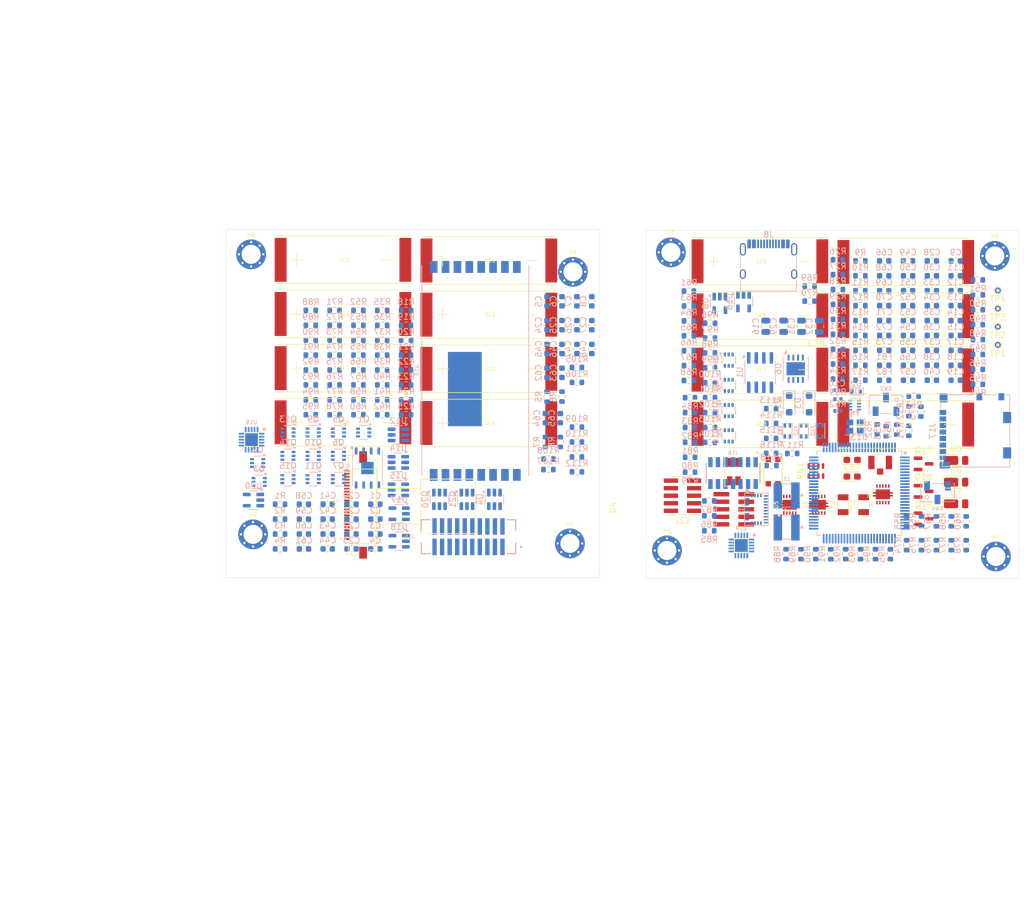
<source format=kicad_pcb>
(kicad_pcb (version 20240108) (generator "pcbnew") (generator_version "8.0")
  (layers (0 "F.Cu" signal) (31 "B.Cu" signal) (34 "B.Paste" user) (35 "F.Paste" user) (36 "B.SilkS" user "B.Silkscreen") (37 "F.SilkS" user "F.Silkscreen") (38 "B.Mask" user) (39 "F.Mask" user) (44 "Edge.Cuts" user))
  (net 0 "")
  (net 1 "Net-(Q1B-G1)")
  (net 2 "GND")
  (net 3 "Net-(Q2B-G1)")
  (net 4 "Net-(Q5B-G1)")
  (net 5 "Net-(Q6B-G1)")
  (net 6 "Net-(Q9B-G1)")
  (net 7 "Net-(Q10B-G1)")
  (net 8 "Net-(Q13B-G1)")
  (net 9 "Net-(Q14B-G1)")
  (net 10 "HI_POW")
  (net 11 "+3V3")
  (net 12 "VSOLAR")
  (net 13 "Net-(U19-VREF_SAMP)")
  (net 14 "VOUT_EN")
  (net 15 "VBAT")
  (net 16 "BATT_P")
  (net 17 "Net-(U19-VSTOR)")
  (net 18 "Net-(U19-VOUT)")
  (net 19 "Net-(U6-VDD)")
  (net 20 "VUSB")
  (net 21 "Net-(J8-SHIELD)")
  (net 22 "VUSB_IN")
  (net 23 "Net-(U11-CAP)")
  (net 24 "Net-(U11-XIN32)")
  (net 25 "Net-(U11-CLKSEL1{slash}XOUT32)")
  (net 26 "+3.3V")
  (net 27 "Net-(J11-SHIELD)")
  (net 28 "Net-(U13-VCAP1)")
  (net 29 "/XTAL_IN")
  (net 30 "/XTAL_OUT")
  (net 31 "Net-(U13-VCAP2)")
  (net 32 "+3.3VA")
  (net 33 "/NRST")
  (net 34 "2.8V")
  (net 35 "1.5V")
  (net 36 "Net-(J18-Pin_21)")
  (net 37 "VBUS")
  (net 38 "Net-(D4-RK)")
  (net 39 "Net-(D4-BK)")
  (net 40 "Net-(D4-GK)")
  (net 41 "Net-(D5-K)")
  (net 42 "/VSOLAR_FULL")
  (net 43 "Net-(U2-OUT1)")
  (net 44 "COIL1_P")
  (net 45 "COIL2_N")
  (net 46 "Net-(U2-OUT2)")
  (net 47 "COIL3_P")
  (net 48 "Net-(U5-OUT2)")
  (net 49 "COIL4_N")
  (net 50 "Net-(U5-OUT1)")
  (net 51 "Net-(U7-OUT2)")
  (net 52 "Net-(U7-OUT1)")
  (net 53 "COIL6_N")
  (net 54 "COIL5_P")
  (net 55 "COIL_N")
  (net 56 "COIL_P")
  (net 58 "SCL")
  (net 59 "SDA")
  (net 60 "SD_CS")
  (net 61 "SD_MOSI")
  (net 62 "SD_SCK")
  (net 63 "SD_MISO")
  (net 64 "Net-(J7-ANT)")
  (net 66 "Net-(J8-CC1)")
  (net 67 "DBus+")
  (net 68 "Net-(J8-CC2)")
  (net 69 "DBus-")
  (net 71 "BATT_N_SW")
  (net 72 "COIL5_N")
  (net 73 "BATT_P_SW")
  (net 74 "SDA1")
  (net 75 "SCL1")
  (net 76 "COIL6_P")
  (net 77 "PAYLOAD_EN")
  (net 78 "Net-(J11-VBUS-PadA4)")
  (net 79 "/D-")
  (net 80 "Net-(J11-CC1)")
  (net 81 "/D+")
  (net 82 "Net-(J11-CC2)")
  (net 83 "SWCLK")
  (net 86 "/SWDIO")
  (net 89 "/UART3_TX")
  (net 91 "/UART3_RX")
  (net 93 "/3V3_MB")
  (net 95 "/SDIO_D3")
  (net 96 "/SD_CD")
  (net 97 "/SDIO_D0")
  (net 98 "/SDIO_CLK")
  (net 99 "/SDIO_CMD")
  (net 100 "/SDIO_D2")
  (net 101 "/SDIO_D1")
  (net 102 "/DCMI_D2")
  (net 103 "/DCMI_D1")
  (net 104 "/DCMI_D0")
  (net 105 "/DCMI_CLK")
  (net 107 "/DCMI_D5")
  (net 108 "/I2C1_SCL")
  (net 109 "/I2C1_SDA")
  (net 110 "/DCMI_HSYNC")
  (net 111 "/DCMI_D4")
  (net 112 "/DCMI_D3")
  (net 113 "/DCMI_PWDN")
  (net 114 "/DCMI_D6")
  (net 115 "/DCMI_VSYNC")
  (net 116 "/DCMI_D7")
  (net 117 "/DCMI_PCLK")
  (net 120 "/DCMI_RST")
  (net 121 "Net-(U19-LBOOST)")
  (net 122 "Net-(U19-LBUCK)")
  (net 123 "Net-(Q1A-G2)")
  (net 124 "Net-(Q1A-D1)")
  (net 125 "Net-(Q2A-D1)")
  (net 126 "Net-(Q2A-G2)")
  (net 127 "SCL_RTC")
  (net 128 "Net-(Q3A-B1)")
  (net 129 "SCL_M1")
  (net 130 "Net-(Q4A-B1)")
  (net 131 "Net-(Q5A-G2)")
  (net 132 "Net-(Q5A-D1)")
  (net 133 "Net-(Q6A-G2)")
  (net 134 "Net-(Q6A-D1)")
  (net 135 "Net-(Q7A-B1)")
  (net 136 "SDA_RTC")
  (net 137 "SDA_M1")
  (net 138 "Net-(Q8A-B1)")
  (net 139 "Net-(Q9A-G2)")
  (net 140 "Net-(Q11B-B2)")
  (net 141 "Net-(Q10A-D1)")
  (net 142 "Net-(Q10A-G2)")
  (net 143 "SCL_M2")
  (net 144 "Net-(Q11A-B1)")
  (net 145 "SCL_M3")
  (net 146 "Net-(Q12A-B1)")
  (net 147 "Net-(Q13A-D1)")
  (net 148 "Net-(Q13A-G2)")
  (net 149 "Net-(Q14A-G2)")
  (net 150 "Net-(Q14A-D1)")
  (net 151 "SDA_M2")
  (net 152 "Net-(Q15A-B1)")
  (net 153 "Net-(Q16A-B1)")
  (net 154 "SDA_M3")
  (net 155 "Net-(Q17-B)")
  (net 156 "MISO")
  (net 157 "Net-(Q17-E)")
  (net 158 "Net-(Q18-B)")
  (net 159 "Net-(Q18-E)")
  (net 160 "Net-(Q19-S)")
  (net 161 "WDT_EN")
  (net 162 "~{RESET}")
  (net 163 "Net-(Q20-G)")
  (net 164 "Net-(Q21-G)")
  (net 165 "RF_MISO")
  (net 166 "RF_CS")
  (net 167 "SCK")
  (net 168 "RF_SCK")
  (net 169 "MOSI")
  (net 170 "RF_MOSI")
  (net 171 "Net-(U3-ADDR)")
  (net 172 "Net-(U1-~{RESET})")
  (net 173 "Net-(U19-VRDIV)")
  (net 174 "Net-(U19-VBAT_OV)")
  (net 175 "Net-(U19-OK_HYST)")
  (net 176 "Net-(U19-OK_PROG)")
  (net 177 "Net-(U2-ISENSE)")
  (net 178 "Net-(U19-VOUT_SET)")
  (net 179 "/coil")
  (net 180 "Net-(U5-ISENSE)")
  (net 181 "Net-(U19-VOC_SAMP)")
  (net 182 "FLASH_CS")
  (net 183 "RF_RST")
  (net 184 "Net-(U8-EN)")
  (net 185 "Net-(U7-ISENSE)")
  (net 186 "Net-(U11-BOOTN)")
  (net 187 "/DP")
  (net 188 "IMU_RST")
  (net 189 "COIL3_N")
  (net 190 "COIL4_P")
  (net 191 "COIL1_N")
  (net 192 "COIL2_P")
  (net 193 "/DN")
  (net 194 "Net-(R102-Pad1)")
  (net 195 "/BOOT0")
  (net 196 "Net-(SW2-B)")
  (net 197 "VBAT_OK")
  (net 198 "/LED_G")
  (net 199 "/LED_B")
  (net 200 "/LED_R")
  (net 201 "/POWER_EN")
  (net 202 "Net-(U1-~{MR})")
  (net 203 "WDT_WDI")
  (net 205 "M_FAULT")
  (net 207 "SDA_LS")
  (net 209 "SCL_LS")
  (net 211 "/ADPT_STAT")
  (net 214 "Net-(U6-OSCO)")
  (net 216 "Net-(U6-OSCI)")
  (net 219 "FLASH_MOSI")
  (net 220 "FLASH_IO2")
  (net 221 "FLASH_IO3")
  (net 222 "FLASH_MISO")
  (net 223 "FLASH_SCK")
  (net 228 "RF_IO1")
  (net 230 "RF_IO0")
  (net 234 "IMU_INT")
  (net 237 "UART1_RX")
  (net 244 "UART1_TX")
  (net 247 "USB_D+")
  (net 248 "USB_D-")
  (net 249 "/SPI3_SCLK")
  (net 250 "/TIM4_CH3")
  (net 251 "/ES_D-")
  (net 253 "/TIM4_CH2")
  (net 254 "/SPI3_MOSI")
  (net 255 "/SPI2_MISO")
  (net 258 "/LED_IR")
  (net 259 "/SPI2_SCLK")
  (net 260 "/UART2_TX")
  (net 263 "/FREX")
  (net 268 "/GPIO1")
  (net 269 "/TIM4_CH1")
  (net 273 "/SPI2_NSS")
  (net 274 "/DAC")
  (net 275 "/EXPST")
  (net 278 "/UART2_RX")
  (net 280 "/SPI2_MOSI")
  (net 282 "/ES_D+")
  (net 290 "/GPIO3")
  (net 291 "/SPI3_SSEL")
  (net 293 "/SPI3_MISO")
  (net 295 "/GPIO2")
  (footprint "Diode_SMD:D_PowerDI-123" (layer "F.Cu") (at 150.202 76.614)
    (property "Reference" "D5")
    (property "Value" "DFLS130L-7")
  )
  (footprint "solarpanels:KXOB25-05X3F" (layer "F.Cu") (at 131.232 52.324)
    (property "Reference" "SC2")
    (property "Value" "SolarCell_Small")
  )
  (footprint "solarpanels:SAMTEC-FTS-105-01-X-DV-A" (layer "F.Cu") (at 112.776 84.836 90)
    (property "Reference" "J1")
    (property "Value" "FTS-105-01-X-DV-A")
  )
  (footprint "solarpanels:KXOB25-05X3F" (layer "F.Cu") (at 36.483888 70.196)
    (property "Reference" "SC8")
    (property "Value" "SolarCell_Small")
  )
  (footprint "solarpanels:KXOB25-05X3F" (layer "F.Cu") (at 131.232 43.204)
    (property "Reference" "SC1")
    (property "Value" "SolarCell_Small")
  )
  (footprint "mainboard:MountingHole" (layer "F.Cu") (at 31.8435 89.0555)
    (property "Reference" "H2")
    (property "Value" "MountingHole_Pad")
  )
  (footprint "solarpanels:KXOB25-05X3F" (layer "F.Cu") (at 106.673888 43.09)
    (property "Reference" "SC5")
    (property "Value" "SolarCell_Small")
  )
  (footprint "mainboard:U.FL-R-SMT-1" (layer "F.Cu") (at 137.414 76.962)
    (property "Reference" "J7")
    (property "Value" "U.FL-R-SMT-1")
  )
  (footprint "mainboard:MountingHole" (layer "F.Cu") (at 85.6915 44.8595)
    (property "Reference" "H6")
    (property "Value" "MountingHole_Pad")
  )
  (footprint "solarpanels:KXOB25-05X3F" (layer "F.Cu") (at 106.673888 52.21)
    (property "Reference" "SC6")
    (property "Value" "SolarCell_Small")
  )
  (footprint "TestPoint:TestPoint_THTPad_D1.0mm_Drill0.5mm" (layer "F.Cu") (at 157.226 51.054 180)
    (property "Reference" "TP3")
    (property "Value" "TP")
  )
  (footprint "TestPoint:TestPoint_THTPad_D1.0mm_Drill0.5mm" (layer "F.Cu") (at 157.226 57.154 180)
    (property "Reference" "TP1")
    (property "Value" "TP")
  )
  (footprint "solarpanels:KXOB25-05X3F" (layer "F.Cu") (at 61.042 42.95)
    (property "Reference" "SC1")
    (property "Value" "SolarCell_Small")
  )
  (footprint "Connector_PinHeader_1.27mm:PinHeader_2x05_P1.27mm_Vertical_SMD" (layer "F.Cu") (at 104.14 82.55 180)
    (property "Reference" "J12")
    (property "Value" "02x05 M 1.27mm")
  )
  (footprint "solarpanels:KXOB25-05X3F" (layer "F.Cu") (at 36.483888 61.076)
    (property "Reference" "SC7")
    (property "Value" "SolarCell_Small")
  )
  (footprint "cameraboard:MOLEX_5051102491" (layer "F.Cu") (at 50.116 84.101999 90)
    (property "Reference" "J18")
    (property "Value" "MOLEX_5051102491")
  )
  (footprint "solarpanels:KXOB25-05X3F" (layer "F.Cu") (at 131.232 70.564)
    (property "Reference" "SC4")
    (property "Value" "SolarCell_Small")
  )
  (footprint "solarpanels:KXOB25-05X3F" (layer "F.Cu") (at 61.042 61.19)
    (property "Reference" "SC3")
    (property "Value" "SolarCell_Small")
  )
  (footprint "Diode_SMD:D_PowerDI-123" (layer "F.Cu") (at 150.202 80.264)
    (property "Reference" "D6")
    (property "Value" "DFLS130L-7")
  )
  (footprint "Package_TO_SOT_SMD:SOT-23" (layer "F.Cu") (at 144.732 81.814)
    (property "Reference" "Q18")
    (property "Value" "MMBT2907")
  )
  (footprint "mainboard:MountingHole" (layer "F.Cu") (at 156.8975 92.7845)
    (property "Reference" "H7")
    (property "Value" "MountingHole_Pad")
  )
  (footprint "solarpanels:KXOB25-05X3F" (layer "F.Cu") (at 61.042 70.31)
    (property "Reference" "SC4")
    (property "Value" "SolarCell_Small")
  )
  (footprint "solarpanels:KXOB25-05X3F" (layer "F.Cu") (at 36.483888 51.956)
    (property "Reference" "SC6")
    (property "Value" "SolarCell_Small")
  )
  (footprint "TestPoint:TestPoint_THTPad_D1.0mm_Drill0.5mm" (layer "F.Cu") (at 157.226 48.004 180)
    (property "Reference" "TP4")
    (property "Value" "TP")
  )
  (footprint "Diode_SMD:D_PowerDI-123" (layer "F.Cu") (at 150.202 83.914)
    (property "Reference" "D7")
    (property "Value" "DFLS130L-7")
  )
  (footprint "solarpanels:KXOB25-05X3F" (layer "F.Cu") (at 106.673888 61.33)
    (property "Reference" "SC7")
    (property "Value" "SolarCell_Small")
  )
  (footprint "Resistor_SMD:R_Array_Concave_4x0603" (layer "F.Cu") (at 126.6 78.398 90)
    (property "Reference" "RN1")
    (property "Value" "330R")
  )
  (footprint "mainboard:MountingHole" (layer "F.Cu") (at 102.1825 41.5815)
    (property "Reference" "H1")
    (property "Value" "MountingHole_Pad")
  )
  (footprint "mainboard:BTN_KMR2" (layer "F.Cu") (at 119.38 78.486 90)
    (property "Reference" "SW3")
    (property "Value" "KMR2x")
  )
  (footprint "Crystal:Crystal_SMD_MicroCrystal_CC7V-T1A-2Pin_3.2x1.5mm" (layer "F.Cu") (at 134.629737 84.061421 90)
    (property "Reference" "Y3")
    (property "Value" "32.768kHz/12.5pF")
  )
  (footprint "mainboard:VSON-10" (layer "F.Cu") (at 127.084 84.07 90)
    (property "Reference" "U7")
    (property "Value" "DRV8830DRC")
  )
  (footprint "TestPoint:TestPoint_THTPad_D1.0mm_Drill0.5mm" (layer "F.Cu") (at 157.226 54.104 180)
    (property "Reference" "TP2")
    (property "Value" "TP")
  )
  (footprint "mainboard:MountingHole" (layer "F.Cu") (at 101.5255 91.7685)
    (property "Reference" "H5")
    (property "Value" "MountingHole_Pad")
  )
  (footprint "mainboard:MountingHole" (layer "F.Cu") (at 85.1835 90.5795)
    (property "Reference" "H4")
    (property "Value" "MountingHole_Pad")
  )
  (footprint "Package_TO_SOT_SMD:SOT-23" (layer "F.Cu") (at 144.732 86.439)
    (property "Reference" "Q19")
    (property "Value" "IRLML2803")
  )
  (footprint "mainboard:MountingHole" (layer "F.Cu") (at 156.718 42.182)
    (property "Reference" "H3")
    (property "Value" "MountingHole_Pad")
  )
  (footprint "solarpanels:KXOB25-05X3F" (layer "F.Cu") (at 61.042 52.07)
    (property "Reference" "SC2")
    (property "Value" "SolarCell_Small")
  )
  (footprint "Crystal:Crystal_SMD_MicroCrystal_CC7V-T1A-2Pin_3.2x1.5mm" (layer "F.Cu") (at 131.179737 84.061421 90)
    (property "Reference" "Y2")
    (property "Value" "32.768kHz/7pF")
  )
  (footprint "solarpanels:KXOB25-05X3F" (layer "F.Cu") (at 36.483888 42.836)
    (property "Reference" "SC5")
    (property "Value" "SolarCell_Small")
  )
  (footprint "mainboard:MountingHole" (layer "F.Cu") (at 31.514 41.91)
    (property "Reference" "H8")
    (property "Value" "MountingHole_Pad")
  )
  (footprint "Capacitor_Tantalum_SMD:CP_EIA-2012-12_Kemet-R" (layer "F.Cu") (at 132.694 76.517)
    (property "Reference" "C39")
    (property "Value" "47uF")
  )
  (footprint "Capacitor_Tantalum_SMD:CP_EIA-2012-12_Kemet-R" (layer "F.Cu") (at 132.694 79.327)
    (property "Reference" "C67")
    (property "Value" "47uF")
  )
  (footprint "mainboard:VSON-10" (layer "F.Cu") (at 122.192579 84.07 90)
    (property "Reference" "U5")
    (property "Value" "DRV8830DRC")
  )
  (footprint "solarpanels:KXOB25-05X3F" (layer "F.Cu") (at 106.673888 70.45)
    (property "Reference" "SC8")
    (property "Value" "SolarCell_Small")
  )
  (footprint "mainboard:VSON-10" (layer "F.Cu") (at 137.871158 82.3105 90)
    (property "Reference" "U2")
    (property "Value" "DRV8830DRC")
  )
  (footprint "solarpanels:KXOB25-05X3F" (layer "F.Cu") (at 131.232 61.444)
    (property "Reference" "SC3")
    (property "Value" "SolarCell_Small")
  )
  (footprint "Package_TO_SOT_SMD:SOT-23" (layer "F.Cu") (at 144.732 77.189)
    (property "Reference" "Q17")
    (property "Value" "MMBT2907")
  )
  (footprint "LED_SMD:LED_RGB_Wuerth-PLCC4_3.2x2.8mm_150141M173100" (layer "F.Cu") (at 112.776 78.486 90)
    (property "Reference" "D4")
    (property "Value" "150141M173100")
  )
  (footprint "Package_TO_SOT_SMD:SOT-23-6" (layer "B.Cu") (at 56.302 76.938 180)
    (property "Reference" "U14")
    (property "Value" "WE-TVS-82400102")
  )
  (footprint "Resistor_SMD:R_0603_1608Metric" (layer "B.Cu") (at 130.302 60.392 180)
    (property "Reference" "R33")
    (property "Value" "10K")
  )
  (footprint "Package_TO_SOT_SMD:SOT-363_SC-70-6" (layer "B.Cu") (at 46.2145 71.913 180)
    (property "Reference" "Q5")
    (property "Value" "NX3008NBKS")
  )
  (footprint "Package_TO_SOT_SMD:SOT-23-6" (layer "B.Cu") (at 56.302 72.313 180)
    (property "Reference" "U12")
    (property "Value" "USBLC6-2SC6")
  )
  (footprint "cameraboard:SAMTEC_FLE-107-01-X-DV-A" (layer "B.Cu") (at 112.649 78.74 180)
    (property "Reference" "J16")
    (property "Value" "FLE-107-01-X-DV-A")
  )
  (footprint "Resistor_SMD:R_0603_1608Metric" (layer "B.Cu") (at 105.41 71.06)
    (property "Reference" "R82")
    (property "Value" "0R")
  )
  (footprint "Resistor_SMD:R_0603_1608Metric" (layer "B.Cu") (at 149.382 86.868 -90)
    (property "Reference" "R58")
    (property "Value" "1K")
  )
  (footprint "Resistor_SMD:R_0603_1608Metric" (layer "B.Cu") (at 81.564 76.374 180)
    (property "Reference" "R108")
    (property "Value" "10K")
  )
  (footprint "Capacitor_SMD:C_0603_1608Metric" (layer "B.Cu") (at 138.097 53.056 180)
    (property "Reference" "C71")
    (property "Value" "1uF")
  )
  (footprint "Resistor_SMD:R_0603_1608Metric" (layer "B.Cu") (at 49.581 53.854 180)
    (property "Reference" "R53")
    (property "Value" "4.7K")
  )
  (footprint "Resistor_SMD:R_0603_1608Metric" (layer "B.Cu") (at 134.087 55.566 180)
    (property "Reference" "R14")
    (property "Value" "100K")
  )
  (footprint "Capacitor_SMD:C_0603_1608Metric" (layer "B.Cu") (at 48.419 86.486 180)
    (property "Reference" "C21")
    (property "Value" "0.1uF")
  )
  (footprint "Resistor_SMD:R_0603_1608Metric" (layer "B.Cu") (at 53.591 61.384 180)
    (property "Reference" "R39")
    (property "Value" "680R")
  )
  (footprint "Capacitor_SMD:C_0603_1608Metric" (layer "B.Cu") (at 150.127 55.566 180)
    (property "Reference" "C15")
    (property "Value" "1uF")
  )
  (footprint "Capacitor_SMD:C_0603_1608Metric" (layer "B.Cu") (at 142.107 43.016 180)
    (property "Reference" "C49")
    (property "Value" "0.1uF")
  )
  (footprint "Resistor_SMD:R_0603_1608Metric" (layer "B.Cu") (at 45.571 58.874 180)
    (property "Reference" "R74")
    (property "Value" "0R")
  )
  (footprint "Resistor_SMD:R_0603_1608Metric" (layer "B.Cu") (at 141.852 86.868 -90)
    (property "Reference" "R55")
    (property "Value" "1K")
  )
  (footprint "Resistor_SMD:R_0603_1608Metric" (layer "B.Cu") (at 119.063 72.898 180)
    (property "Reference" "R115")
    (property "Value" "0R")
  )
  (footprint "Resistor_SMD:R_0603_1608Metric" (layer "B.Cu") (at 134.112 92.393 -90)
    (property "Reference" "R93")
    (property "Value" "0R")
  )
  (footprint "Resistor_SMD:R_0603_1608Metric" (layer "B.Cu") (at 153.861 61.288)
    (property "Reference" "R45")
    (property "Value" "10K")
  )
  (footprint "Capacitor_SMD:C_0603_1608Metric" (layer "B.Cu") (at 146.117 53.056 180)
    (property "Reference" "C35")
    (property "Value" "0.1uF")
  )
  (footprint "Resistor_SMD:R_0603_1608Metric" (layer "B.Cu") (at 153.861 46.228)
    (property "Reference" "R51")
    (property "Value" "0R")
  )
  (footprint "Resistor_SMD:R_0603_1608Metric" (layer "B.Cu") (at 134.087 60.586 180)
    (property "Reference" "R16")
    (property "Value" "10K")
  )
  (footprint "Package_TO_SOT_SMD:SOT-363_SC-70-6" (layer "B.Cu") (at 50.4645 71.913 180)
    (property "Reference" "Q1")
    (property "Value" "NX3008NBKS")
  )
  (footprint "Resistor_SMD:R_0603_1608Metric" (layer "B.Cu") (at 105.219 55.626 180)
    (property "Reference" "R65")
    (property "Value" "374K")
  )
  (footprint "Capacitor_SMD:C_0603_1608Metric" (layer "B.Cu") (at 146.117 45.526 180)
    (property "Reference" "C30")
    (property "Value" "0.1uF")
  )
  (footprint "Resistor_SMD:R_0603_1608Metric" (layer "B.Cu") (at 41.561 63.894 180)
    (property "Reference" "R93")
    (property "Value" "0R")
  )
  (footprint "Resistor_SMD:R_0603_1608Metric" (layer "B.Cu") (at 45.571 68.914 180)
    (property "Reference" "R78")
    (property "Value" "10K")
  )
  (footprint "Resistor_SMD:R_0603_1608Metric" (layer "B.Cu") (at 108.775 58.51 180)
    (property "Reference" "R98")
    (property "Value" "5.1K")
  )
  (footprint "Resistor_SMD:R_0603_1608Metric" (layer "B.Cu") (at 105.219 50.606 180)
    (property "Reference" "R63")
    (property "Value" "7.32M")
  )
  (footprint "solarpanels:QFN50P350X350X100-21N-D" (layer "B.Cu") (at 114.046 90.932 180)
    (property "Reference" "U19")
    (property "Value" "BQ25570RGRR")
  )
  (footprint "Capacitor_SMD:C_0603_1608Metric" (layer "B.Cu") (at 142.107 45.526 180)
    (property "Reference" "C50")
    (property "Value" "0.1uF")
  )
  (footprint "Capacitor_SMD:C_0603_1608Metric" (layer "B.Cu") (at 52.429 91.506 180)
    (property "Reference" "C4")
    (property "Value" "10nF")
  )
  (footprint "Capacitor_SMD:C_0603_1608Metric" (layer "B.Cu") (at 86.36 53.835 -90)
    (property "Reference" "C26")
    (property "Value" "10uF")
  )
  (footprint "Resistor_SMD:R_0603_1608Metric" (layer "B.Cu") (at 53.591 68.914 180)
    (property "Reference" "R42")
    (property "Value" "100K")
  )
  (footprint "Resistor_SMD:R_0603_1608Metric" (layer "B.Cu") (at 45.571 53.854 180)
    (property "Reference" "R72")
    (property "Value" "0R")
  )
  (footprint "Package_TO_SOT_SMD:SOT-23-5" (layer "B.Cu") (at 56.4345 85.587 180)
    (property "Reference" "U17")
    (property "Value" "AP7366-28W5-7")
  )
  (footprint "Resistor_SMD:R_0603_1608Metric" (layer "B.Cu") (at 41.561 56.364 180)
    (property "Reference" "R90")
    (property "Value" "100K")
  )
  (footprint "Capacitor_SMD:C_0603_1608Metric" (layer "B.Cu") (at 48.419 91.506 180)
    (property "Reference" "C23")
    (property "Value" "0.1uF")
  )
  (footprint "Capacitor_SMD:C_0603_1608Metric" (layer "B.Cu") (at 146.117 43.016 180)
    (property "Reference" "C28")
    (property "Value" "1uF")
  )
  (footprint "Resistor_SMD:R_0603_1608Metric" (layer "B.Cu") (at 143.065 65.786)
    (property "Reference" "R43")
    (property "Value" "DNI (0R)")
  )
  (footprint "Capacitor_SMD:C_0603_1608Metric" (layer "B.Cu") (at 150.127 58.076 180)
    (property "Reference" "C17")
    (property "Value" "1uF")
  )
  (footprint "Capacitor_SMD:C_0402_1005Metric" (layer "B.Cu") (at 130.145 64.784 180)
    (property "Reference" "C10")
    (property "Value" "0.1uF")
  )
  (footprint "Capacitor_SMD:C_0805_2012Metric" (layer "B.Cu") (at 121.156 54.025 -90)
    (property "Reference" "C29")
    (property "Value" "10uF")
  )
  (footprint "Resistor_SMD:R_0603_1608Metric" (layer "B.Cu") (at 144.362 90.878 -90)
    (property "Reference" "R75")
    (property "Value" "1K")
  )
  (footprint "Resistor_SMD:R_0603_1608Metric" (layer "B.Cu") (at 45.571 56.364 180)
    (property "Reference" "R73")
    (property "Value" "0R")
  )
  (footprint "Resistor_SMD:R_0603_1608Metric" (layer "B.Cu") (at 105.219 63.156 180)
    (property "Reference" "R68")
    (property "Value" "200K")
  )
  (footprint "Resistor_SMD:R_0603_1608Metric" (layer "B.Cu") (at 57.601 68.914 180)
    (property "Reference" "R25")
    (property "Value" "DNI (0R)")
  )
  (footprint "Resistor_SMD:R_0402_1005Metric" (layer "B.Cu") (at 130.302 66.294 180)
    (property "Reference" "R59")
    (property "Value" "0R")
  )
  (footprint "Package_TO_SOT_SMD:SOT-363_SC-70-6" (layer "B.Cu") (at 46.2145 75.838 180)
    (property "Reference" "Q6")
    (property "Value" "NX3008NBKS")
  )
  (footprint "Capacitor_SMD:C_0603_1608Metric" (layer "B.Cu") (at 81.34 49.825 -90)
    (property "Reference" "C5")
    (property "Value" "10nF")
  )
  (footprint "Package_TO_SOT_SMD:SOT-363_SC-70-6" (layer "B.Cu") (at 41.9645 71.913 180)
    (property "Reference" "Q9")
    (property "Value" "NX3008NBKS")
  )
  (footprint "Resistor_SMD:R_0603_1608Metric" (layer "B.Cu") (at 136.906 71.374 -90)
    (property "Reference" "R52")
    (property "Value" "0R")
  )
  (footprint "Resistor_SMD:R_0603_1608Metric" (layer "B.Cu") (at 45.571 63.894 180)
    (property "Reference" "R76")
    (property "Value" "DNI (0R)")
  )
  (footprint "Resistor_SMD:R_0603_1608Metric" (layer "B.Cu") (at 108.775 56 180)
    (property "Reference" "R97")
    (property "Value" "0R")
  )
  (footprint "Resistor_SMD:R_0603_1608Metric" (layer "B.Cu") (at 125.539 49.784 180)
    (property "Reference" "R70")
    (property "Value" "8.25M")
  )
  (footprint "Capacitor_SMD:C_0603_1608Metric" (layer "B.Cu") (at 44.409 86.486 180)
    (property "Reference" "C42")
    (property "Value" "4.7nF")
  )
  (footprint "Package_TO_SOT_SMD:SOT-363_SC-70-6" (layer "B.Cu") (at 41.9645 75.838 180)
    (property "Reference" "Q10")
    (property "Value" "NX3008NBKS")
  )
  (footprint "Resistor_SMD:R_0603_1608Metric" (layer "B.Cu") (at 49.581 68.914 180)
    (property "Reference" "R60")
    (property "Value" "0R")
  )
  (footprint "Resistor_SMD:R_0603_1608Metric" (layer "B.Cu") (at 81.34 65.865 -90)
    (property "Reference" "R5")
    (property "Value" "10K")
  )
  (footprint "Resistor_SMD:R_0603_1608Metric" (layer "B.Cu") (at 41.561 51.344 180)
    (property "Reference" "R88")
    (property "Value" "10K")
  )
  (footprint "Resistor_SMD:R_0603_1608Metric" (layer "B.Cu") (at 130.302 52.862 180)
    (property "Reference" "R30")
    (property "Value" "DNI (0R)")
  )
  (footprint "Resistor_SMD:R_0603_1608Metric" (layer "B.Cu") (at 81.564 78.152 180)
    (property "Reference" "R107")
    (property "Value" "10K")
  )
  (footprint "Resistor_SMD:R_0603_1608Metric" (layer "B.Cu") (at 119.126 77.47 180)
    (property "Reference" "R118")
    (property "Value" "0R")
  )
  (footprint "Capacitor_SMD:C_0603_1608Metric" (layer "B.Cu") (at 52.429 83.976 180)
    (property "Reference" "C1")
    (property "Value" "10nF")
  )
  (footprint "Inductor_SMD:L_0603_1608Metric" (layer "B.Cu") (at 138.097 63.096 180)
    (property "Reference" "FB2")
    (property "Value" "120R")
  )
  (footprint "Capacitor_SMD:C_0603_1608Metric" (layer "B.Cu") (at 81.056 69.503 -90)
    (property "Reference" "C64")
    (property "Value" "1uF")
  )
  (footprint "solarpanels:LPS4018" (layer "B.Cu") (at 121.666 87.8998 180)
    (property "Reference" "L2")
    (property "Value" "10uH-LPS4018-103MR")
  )
  (footprint "Resistor_SMD:R_0603_1608Metric" (layer "B.Cu") (at 36.389 83.976 180)
    (property "Reference" "R1")
    (property "Value" "680R")
  )
  (footprint "Capacitor_SMD:C_0603_1608Metric" (layer "B.Cu") (at 142.107 63.096 180)
    (property "Reference" "C57")
    (property "Value" "10uF")
  )
  (footprint "Resistor_SMD:R_0603_1608Metric" (layer "B.Cu") (at 36.389 91.506 180)
    (property "Reference" "R4")
    (property "Value" "100K")
  )
  (footprint "Resistor_SMD:R_0603_1608Metric" (layer "B.Cu") (at 124.072 92.393 -90)
    (property "Reference" "R89")
    (property "Value" "0R")
  )
  (footprint "Resistor_SMD:R_0603_1608Metric" (layer "B.Cu") (at 105.41 78.59)
    (property "Reference" "R79")
    (property "Value" "10K")
  )
  (footprint "Resistor_SMD:R_0603_1608Metric" (layer "B.Cu") (at 86.36 78.53 180)
    (property "Reference" "R112")
    (property "Value" "10K")
  )
  (footprint "Resistor_SMD:R_0603_1608Metric" (layer "B.Cu") (at 36.389 86.486 180)
    (property "Reference" "R2")
    (property "Value" "680R")
  )
  (footprint "Resistor_SMD:R_0603_1608Metric" (layer "B.Cu") (at 140.208 71.437 -90)
    (property "Reference" "R54")
    (property "Value" "4.7K")
  )
  (footprint "Connector_Card:microSD_HC_Molex_104031-0811" (layer "B.Cu") (at 153.416 71.628 -90)
    (property "Reference" "J17")
    (property "Value" "USD-1040310811")
  )
  (footprint "Resistor_SMD:R_0603_1608Metric" (layer "B.Cu") (at 108.649 85.942)
    (property "Reference" "R86")
    (property "Value" "5.1K")
  )
  (footprint "Resistor_SMD:R_0603_1608Metric" (layer "B.Cu") (at 119.063 75.408 180)
    (property "Reference" "R116")
    (property "Value" "0R")
  )
  (footprint "Resistor_SMD:R_0603_1608Metric" (layer "B.Cu") (at 130.302 50.352 180)
    (property "Reference" "R29")
    (property "Value" "DNI (0R)")
  )
  (footprint "Resistor_SMD:R_0603_1608Metric" (layer "B.Cu") (at 49.581 51.344 180)
    (property "Reference" "R52")
    (property "Value" "0R")
  )
  (footprint "Inductor_SMD:L_0603_1608Metric" (layer "B.Cu") (at 138.097 60.586 180)
    (property "Reference" "FB1")
    (property "Value" "120R")
  )
  (footprint "Resistor_SMD:R_0603_1608Metric" (layer "B.Cu") (at 86.36 71 180)
    (property "Reference" "R109")
    (property "Value" "10K")
  )
  (footprint "Resistor_SMD:R_0603_1608Metric" (layer "B.Cu") (at 41.561 68.914 180)
    (property "Reference" "R95")
    (property "Value" "1M")
  )
  (footprint "Resistor_SMD:R_0603_1608Metric" (layer "B.Cu") (at 108.775 71.06 180)
    (property "Reference" "R103")
    (property "Value" "10K")
  )
  (footprint "Package_TO_SOT_SMD:SOT-23-5" (layer "B.Cu") (at 114.416 49.875 -90)
    (property "Reference" "U16")
    (property "Value" "XC6210B332MR-G")
  )
  (footprint "Resistor_SMD:R_0603_1608Metric" (layer "B.Cu") (at 57.601 66.404 180)
    (property "Reference" "R24")
    (property "Value" "100K")
  )
  (footprint "Package_TO_SOT_SMD:SOT-23-6" (layer "B.Cu") (at 63.226 83.1665 -90)
    (property "Reference" "Q20")
    (property "Value" "SQ3495EV-T1")
  )
  (footprint "Resistor_SMD:R_0603_1608Metric" (layer "B.Cu") (at 130.302 55.372 180)
    (property "Reference" "R31")
    (property "Value" "DNI (0R)")
  )
  (footprint "Capacitor_SMD:C_0603_1608Metric" (layer "B.Cu") (at 40.399 88.996 180)
    (property "Reference" "C60")
    (property "Value" "1uF")
  )
  (footprint "Resistor_SMD:R_0603_1608Metric" (layer "B.Cu") (at 108.775 61.02 180)
    (property "Reference" "R99")
    (property "Value" "5.1K")
  )
  (footprint "Resistor_SMD:R_0603_1608Metric" (layer "B.Cu") (at 153.861 58.778)
    (property "Reference" "R46")
    (property "Value" "10K")
  )
  (footprint "Resistor_SMD:R_0603_1608Metric" (layer "B.Cu") (at 134.087 45.526 180)
    (property "Reference" "R10")
    (property "Value" "200K")
  )
  (footprint "Capacitor_SMD:C_0603_1608Metric" (layer "B.Cu") (at 83.85 57.845 -90)
    (property "Reference" "C46")
    (property "Value" "0.1uF")
  )
  (footprint "Resistor_SMD:R_0603_1608Metric" (layer "B.Cu") (at 57.601 61.384 180)
    (property "Reference" "R22")
    (property "Value" "680R")
  )
  (footprint "Resistor_SMD:R_0603_1608Metric" (layer "B.Cu") (at 151.892 86.868 -90)
    (property "Reference" "R60")
    (property "Value" "0R")
  )
  (footprint "mainboard:SRF2012" (layer "B.Cu") (at 127.296 71.645 -90)
    (property "Reference" "FL3")
    (property "Value" "SRF2012")
  )
  (footprint "Resistor_SMD:R_0603_1608Metric" (layer "B.Cu") (at 36.389 88.996 180)
    (property "Reference" "R3")
    (property "Value" "100K")
  )
  (footprint "Resistor_SMD:R_0603_1608Metric" (layer "B.Cu") (at 153.861 63.798)
    (property "Reference" "R44")
    (property "Value" "DNI (0R)")
  )
  (footprint "Package_TO_SOT_SMD:SOT-23-5" (layer "B.Cu") (at 110.424 50.1705 -90)
    (property "Reference" "U8")
    (property "Value" "AP2112K-3.3")
  )
  (footprint "Resistor_SMD:R_0603_1608Metric" (layer "B.Cu") (at 149.382 90.878 -90)
    (property "Reference" "R77")
    (property "Value" "10K")
  )
  (footprint "Package_TO_SOT_SMD:SOT-363_SC-70-6" (layer "B.Cu") (at 37.7145 79.763 180)
    (property "Reference" "Q15")
    (property "Value" "MBT2222ADW1T1")
  )
  (footprint "Resistor_SMD:R_0603_1608Metric" (layer "B.Cu") (at 134.087 48.036 180)
    (property "Reference" "R11")
    (property "Value" "680R")
  )
  (footprint "Resistor_SMD:R_0603_1608Metric" (layer "B.Cu") (at 121.562 92.393 -90)
    (property "Reference" "R88")
    (property "Value" "10K")
  )
  (footprint "Capacitor_SMD:C_0805_2012Metric" (layer "B.Cu") (at 127.176 54.025 -90)
    (property "Reference" "C32")
    (property "Value" "1uF")
  )
  (footprint "Resistor_SMD:R_0603_1608Metric" (layer "B.Cu") (at 134.087 50.546 180)
    (property "Reference" "R12")
    (property "Value" "680R")
  )
  (footprint "Capacitor_SMD:C_0603_1608Metric" (layer "B.Cu") (at 150.127 63.096 180)
    (property "Reference" "C19")
    (property "Value" "22uF")
  )
  (footprint "Capacitor_SMD:C_0603_1608Metric" (layer "B.Cu") (at 44.409 91.506 180)
    (property "Reference" "C44")
    (property "Value" "4pF")
  )
  (footprint "Capacitor_SMD:C_0603_1608Metric" (layer "B.Cu") (at 138.097 48.036 180)
    (property "Reference" "C69")
    (property "Value" "1uF")
  )
  (footprint "Resistor_SMD:R_0603_1608Metric" (layer "B.Cu") (at 146.872 86.868 -90)
    (property "Reference" "R57")
    (property "Value" "1K")
  )
  (footprint "Resistor_SMD:R_0603_1608Metric" (layer "B.Cu") (at 138.43 71.691 -90)
    (property "Reference" "R53")
    (property "Value" "4.7K")
  )
  (footprint "Resistor_SMD:R_0603_1608Metric" (layer "B.Cu") (at 53.591 58.874 180)
    (property "Reference" "R38")
    (property "Value" "200K")
  )
  (footprint "Capacitor_SMD:C_0603_1608Metric" (layer "B.Cu") (at 86.36 49.825 -90)
    (property "Reference" "C7")
    (property "Value" "10nF")
  )
  (footprint "Resistor_SMD:R_0603_1608Metric" (layer "B.Cu") (at 86.36 60.96 180)
    (property "Reference" "R105")
    (property "Value" "1K")
  )
  (footprint "Resistor_SMD:R_0603_1608Metric" (layer "B.Cu") (at 105.41 68.55)
    (property "Reference" "R83")
    (property "Value" "1M")
  )
  (footprint "Resistor_SMD:R_0603_1608Metric" (layer "B.Cu") (at 119.063 70.388 180)
    (property "Reference" "R114")
    (property "Value" "0R")
  )
  (footprint "Capacitor_SMD:C_0603_1608Metric" (layer "B.Cu") (at 150.127 43.016 180)
    (property "Reference" "C9")
    (property "Value" "0.1uF")
  )
  (footprint "Resistor_SMD:R_0603_1608Metric" (layer "B.Cu") (at 129.092 92.393 -90)
    (property "Reference" "R91")
    (property "Value" "0R")
  )
  (footprint "Resistor_SMD:R_0603_1608Metric" (layer "B.Cu") (at 53.591 63.894 180)
    (property "Reference" "R40")
    (property "Value" "680R")
  )
  (footprint "Package_TO_SOT_SMD:SOT-583-8" (layer "B.Cu") (at 133.118 67.306 180)
    (property "Reference" "U3")
    (property "Value" "OPT4001")
  )
  (footprint "Package_TO_SOT_SMD:TSOT-23-6" (layer "B.Cu") (at 56.302 81.563 180)
    (property "Reference" "U15")
    (property "Value" "LTC4412xS6")
  )
  (footprint "Resistor_SMD:R_0603_1608Metric" (layer "B.Cu") (at 142.24 71.628 -90)
    (property "Reference" "R71")
    (property "Value" "4.75M")
  )
  (footprint "Capacitor_SMD:C_0603_1608Metric" (layer "B.Cu") (at 150.127 60.586 180)
    (property "Reference" "C18")
    (property "Value" "4.7uF")
  )
  (footprint "Capacitor_SMD:C_0603_1608Metric" (layer "B.Cu") (at 40.399 91.506 180)
    (property "Reference" "C61")
    (property "Value" "1uF")
  )
  (footprint "Resistor_SMD:R_0603_1608Metric" (layer "B.Cu") (at 41.561 53.854 180)
    (property "Reference" "R89")
    (property "Value" "0R")
  )
  (footprint "Capacitor_SMD:C_0603_1608Metric" (layer "B.Cu") (at 44.409 88.996 180)
    (property "Reference" "C43")
    (property "Value" "2.2uF")
  )
  (footprint "Capacitor_SMD:C_0603_1608Metric" (layer "B.Cu") (at 150.127 48.036 180)
    (property "Reference" "C12")
    (property "Value" "4.7uF")
  )
  (footprint "Resistor_SMD:R_0603_1608Metric" (layer "B.Cu") (at 108.649 88.452)
    (property "Reference" "R85")
    (property "Value" "5.1K")
  )
  (footprint "Resistor_SMD:R_0603_1608Metric" (layer "B.Cu") (at 105.219 48.096 180)
    (property "Reference" "R61")
    (property "Value" "DNI (0R)")
  )
  (footprint "mainboard:SRF2012" (layer "B.Cu") (at 124.546 71.645 -90)
    (property "Reference" "FL2")
    (property "Value" "SRF2012")
  )
  (footprint "Resistor_SMD:R_0603_1608Metric" (layer "B.Cu") (at 108.649 83.432)
    (property "Reference" "R87")
    (property "Value" "22R")
  )
  (footprint "Resistor_SMD:R_0603_1608Metric" (layer "B.Cu") (at 108.775 53.49 180)
    (property "Reference" "R96")
    (property "Value" "10K")
  )
  (footprint "Resistor_SMD:R_0603_1608Metric" (layer "B.Cu") (at 81.056 73.513 -90)
    (property "Reference" "R7")
    (property "Value" "10K")
  )
  (footprint "Capacitor_SMD:C_0805_2012Metric" (layer "B.Cu") (at 118.146 54.025 -90)
    (property "Reference" "C16")
    (property "Value" "100uF")
  )
  (footprint "Resistor_SMD:R_0603_1608Metric" (layer "B.Cu") (at 49.581 56.364 180)
    (property "Reference" "R54")
    (property "Value" "4.7K")
  )
  (footprint "Capacitor_SMD:C_0603_1608Metric" (layer "B.Cu") (at 142.107 58.076 180)
    (property "Reference" "C55")
    (property "Value" "0.1uF")
  )
  (footprint "Resistor_SMD:R_0603_1608Metric" (layer "B.Cu") (at 57.601 51.344 180)
    (property "Reference" "R18")
    (property "Value" "200K")
  )
  (footprint "Resistor_SMD:R_0603_1608Metric" (layer "B.Cu") (at 57.601 56.364 180)
    (property "Reference" "R20")
    (property "Value" "200K")
  )
  (footprint "Resistor_SMD:R_0603_1608Metric" (layer "B.Cu") (at 86.36 76.02 180)
    (property "Reference" "R111")
    (property "Value" "10K")
  )
  (footprint "Diode_SMD:D_SOD-523" (layer "B.Cu") (at 133.35 65.024 180)
    (property "Reference" "D2")
    (property "Value" "SZMM5Z5V1T1G")
  )
  (footprint "Capacitor_SMD:C_0603_1608Metric" (layer "B.Cu") (at 88.87 53.835 -90)
    (property "Reference" "C27")
    (property "Value" "0.1uF")
  )
  (footprint "Resistor_SMD:R_0603_1608Metric" (layer "B.Cu") (at 130.302 42.822 180)
    (property "Reference" "R26")
    (property "Value" "DNI (0R)")
  )
  (footprint "Resistor_SMD:R_0603_1608Metric" (layer "B.Cu") (at 49.581 66.404 180)
    (property "Reference" "R58")
    (property "Value" "1K")
  )
  (footprint "Resistor_SMD:R_0603_1608Metric" (layer "B.Cu") (at 153.861 51.248)
    (property "Reference" "R49")
    (property "Value" "10K")
  )
  (footprint "Package_TO_SOT_SMD:SOT-363_SC-70-6" (layer "B.Cu") (at 32.614 77.05 180)
    (property "Reference" "Q2")
    (property "Value" "NX3008NBKS")
  )
  (footprint "Resistor_SMD:R_0603_1608Metric" (layer "B.Cu") (at 108.775 73.57 180)
    (property "Reference" "R104")
    (property "Value" "10K")
  )
  (footprint "Resistor_SMD:R_0603_1608Metric" (layer "B.Cu") (at 49.581 58.874 180)
    (property "Reference" "R55")
    (property "Value" "1K")
  )
  (footprint "Capacitor_SMD:C_0603_1608Metric" (layer "B.Cu") (at 48.419 88.996 180)
    (property "Reference" "C22")
    (property "Value" "1uF")
  )
  (footprint "Capacitor_SMD:C_0603_1608Metric" (layer "B.Cu") (at 142.107 48.036 180)
    (property "Reference" "C51")
    (property "Value" "10nF")
  )
  (footprint "Crystal:Crystal_SMD_2520-4Pin_2.5x2.0mm" (layer "B.Cu") (at 133.180802 70.9045 180)
    (property "Reference" "Y4")
    (property "Value" "12MHz/7pF")
  )
  (footprint "Capacitor_SMD:C_0603_1608Metric" (layer "B.Cu") (at 138.097 45.526 180)
    (property "Reference" "C68")
    (property "Value" "10uF")
  )
  (footprint "cameraboard:CAS-120TA" (layer "B.Cu") (at 138.401999 67.173 180)
    (property "Reference" "SW2")
    (property "Value" "CAS-120TA")
  )
  (footprint "Capacitor_SMD:C_0603_1608Metric" (layer "B.Cu") (at 48.419 83.976 180)
    (property "Reference" "C20")
    (property "Value" "0.1uF")
  )
  (footprint "Capacitor_SMD:C_0603_1608Metric" (layer "B.Cu") (at 142.107 53.056 180)
    (property "Reference" "C53")
    (property "Value" "1uF")
  )
  (footprint "Capacitor_SMD:C_0603_1608Metric" (layer "B.Cu") (at 146.117 50.546 180)
    (property "Reference" "C34")
    (property "Value" "4.7nF")
  )
  (footprint "Resistor_SMD:R_0603_1608Metric" (layer "B.Cu") (at 105.41 66.04)
    (property "Reference" "R84")
    (property "Value" "10K")
  )
  (footprint "Resistor_SMD:R_0603_1608Metric" (layer "B.Cu") (at 119.063 67.878 180)
    (property "Reference" "R113")
    (property "Value" "0R")
  )
  (footprint "Package_TO_SOT_SMD:SOT-363_SC-70-6" (layer "B.Cu") (at 41.9645 79.763 180)
    (property "Reference" "Q11")
    (property "Value" "MBT2222ADW1T1")
  )
  (footprint "Package_TO_SOT_SMD:SOT-363_SC-70-6" (layer "B.Cu") (at 111.916 63.975 -90)
    (property "Reference" "Q8")
    (property "Value" "MBT2222ADW1T1")
  )
  (footprint "Capacitor_SMD:C_0603_1608Metric" (layer "B.Cu") (at 146.117 63.096 180)
    (property "Reference" "C40")
    (property "Value" "0.1uF")
  )
  (footprint "Resistor_SMD:R_0603_1608Metric" (layer "B.Cu") (at 153.861 56.268)
    (property "Reference" "R47")
    (property "Value" "10K")
  )
  (footprint "Resistor_SMD:R_0603_1608Metric" (layer "B.Cu") (at 41.561 61.384 180)
    (property "Reference" "R92")
    (property "Value" "0R")
  )
  (footprint "Resistor_SMD:R_0603_1608Metric" (layer "B.Cu") (at 130.302 45.332 180)
    (property "Reference" "R27")
    (property "Value" "DNI (0R)")
  )
  (footprint "Package_SO:SOIC-8_3.9x4.9mm_P1.27mm" (layer "B.Cu") (at 117.196 61.825 -90)
    (property "Reference" "U1")
    (property "Value" "MAX706RESA+")
  )
  (footprint "Resistor_SMD:R_0603_1608Metric" (layer "B.Cu") (at 45.571 51.344 180)
    (property "Reference" "R71")
    (property "Value" "4.75M")
  )
  (footprint "Resistor_SMD:R_0603_1608Metric" (layer "B.Cu") (at 153.861 48.738)
    (property "Reference" "R50")
    (property "Value" "200K")
  )
  (footprint "Resistor_SMD:R_0603_1608Metric" (layer "B.Cu") (at 105.219 58.136 180)
    (property "Reference" "R66")
    (property "Value" "8.25M")
  )
  (footprint "Resistor_SMD:R_0603_1608Metric" (layer "B.Cu") (at 144.272 68.389 -90)
    (property "Reference" "R73")
    (property "Value" "0R")
  )
  (footprint "Package_TO_SOT_SMD:SOT-363_SC-70-6" (layer "B.Cu") (at 111.916 68.225 -90)
    (property "Reference" "Q12")
    (property "Value" "MBT2222ADW1T1")
  )
  (footprint "Package_TO_SOT_SMD:SOT-23-5" (layer "B.Cu") (at 56.4345 90.212 180)
    (property "Reference" "U18")
    (property "Value" "TLV75515PDBVR")
  )
  (footprint "mainboard:MR25H40DF" (layer "B.Cu") (at 51.095 77.883 -90)
    (property "Reference" "U9")
    (property "Value" "MR25H40")
  )
  (footprint "Capacitor_SMD:C_0603_1608Metric" (layer "B.Cu") (at 142.107 50.546 180)
    (property "Reference" "C52")
    (property "Value" "1uF")
  )
  (footprint "Resistor_SMD:R_0603_1608Metric" (layer "B.Cu") (at 139.132 92.393 -90)
    (property "Reference" "R95")
    (property "Value" "1M")
  )
  (footprint "Capacitor_SMD:C_0603_1608Metric" (layer "B.Cu") (at 138.097 50.546 180)
    (property "Reference" "C70")
    (property "Value" "0.1uF")
  )
  (footprint "Capacitor_SMD:C_0603_1608Metric" (layer "B.Cu") (at 52.429 88.996 180)
    (property "Reference" "C3")
    (property "Value" "10nF")
  )
  (footprint "Package_SON:HVSON-8-1EP_4x4mm_P0.8mm_EP2.2x3.1mm" (layer "B.Cu") (at 123.196 61.18 -90)
    (property "Reference" "U6")
    (property "Value" "PCF8523TK")
  )
  (footprint "Resistor_SMD:R_0603_1608Metric" (layer "B.Cu") (at 45.571 61.384 180)
    (property "Reference" "R75")
    (property "Value" "1K")
  )
  (footprint "Capacitor_SMD:C_0603_1608Metric" (layer "B.Cu") (at 83.85 49.825 -90)
    (property "Reference" "C6")
    (property "Value" "10nF")
  )
  (footprint "Resistor_SMD:R_0603_1608Metric" (layer "B.Cu") (at 142.24 68.326 -90)
    (property "Reference" "R72")
    (property "Value" "0R")
  )
  (footprint "solarpanels:LPS4018" (layer "B.Cu") (at 121.666 82.5056 180)
    (property "Reference" "L1")
    (property "Value" "22uH-LPS4018-223MR")
  )
  (footprint "Resistor_SMD:R_0603_1608Metric" (layer "B.Cu") (at 41.561 58.874 180)
    (property "Reference" "R91")
    (property "Value" "0R")
  )
  (footprint "cameraboard:CAS-120TA" (layer "B.Cu") (at 147.066 82.042)
    (property "Reference" "SW4")
    (property "Value" "CAS-120TA")
  )
  (footprint "Resistor_SMD:R_0603_1608Metric" (layer "B.Cu") (at 134.087 43.016 180)
    (property "Reference" "R9")
    (property "Value" "10K")
  )
  (footprint "mainboard:SRF2012" (layer "B.Cu") (at 121.796 71.645 -90)
    (property "Reference" "FL1")
    (property "Value" "SRF2012")
  )
  (footprint "Capacitor_SMD:C_0603_1608Metric" (layer "B.Cu") (at 40.399 83.976 180)
    (property "Reference" "C58")
    (property "Value" "10uF")
  )
  (footprint "Resistor_SMD:R_0603_1608Metric" (layer "B.Cu") (at 53.591 53.854 180)
    (property "Reference" "R36")
    (property "Value" "200K")
  )
  (footprint "Resistor_SMD:R_0603_1608Metric" (layer "B.Cu") (at 108.775 63.53 180)
    (property "Reference" "R100")
    (property "Value" "10K")
  )
  (footprint "Resistor_SMD:R_0603_1608Metric" (layer "B.Cu") (at 108.775 68.55 180)
    (property "Reference" "R102")
    (property "Value" "100R")
  )
  (footprint "Resistor_SMD:R_0603_1608Metric" (layer "B.Cu") (at 136.622 92.393 -90)
    (property "Reference" "R94")
    (property "Value" "22R")
  )
  (footprint "Capacitor_SMD:C_0603_1608Metric" (layer "B.Cu") (at 142.107 60.586 180)
    (property "Reference" "C56")
    (property "Value" "1uF")
  )
  (footprint "Capacitor_SMD:C_0603_1608Metric" (layer "B.Cu") (at 88.87 49.825 -90)
    (property "Reference" "C8")
    (property "Value" "10nF")
  )
  (footprint "Package_TO_SOT_SMD:TSOT-23-6" (layer "B.Cu") (at 72.476 83.1665 -90)
    (property "Reference" "U4")
    (property "Value" "LTC4412xS6")
  )
  (footprint "Resistor_SMD:R_0603_1608Metric" (layer "B.Cu") (at 134.087 53.056 180)
    (property "Reference" "R13")
    (property "Value" "100K")
  )
  (footprint "Resistor_SMD:R_0603_1608Metric" (layer "B.Cu") (at 105.219 53.116 180)
    (property "Reference" "R64")
    (property "Value" "5.62M")
  )
  (footprint "Resistor_SMD:R_0603_1608Metric" (layer "B.Cu") (at 53.591 56.364 180)
    (property "Reference" "R37")
    (property "Value" "10K")
  )
  (footprint "Resistor_SMD:R_0603_1608Metric" (layer "B.Cu") (at 126.582 92.393 -90)
    (property "Reference" "R90")
    (property "Value" "100K")
  )
  (footprint "Resistor_SMD:R_0603_1608Metric" (layer "B.Cu") (at 49.581 63.894 180)
    (property "Reference" "R57")
    (property "Value" "1K")
  )
  (footprint "Resistor_SMD:R_0603_1608Metric" (layer "B.Cu") (at 146.872 90.878 -90)
    (property "Reference" "R76")
    (property "Value" "DNI (0R)")
  )
  (footprint "Resistor_SMD:R_0603_1608Metric" (layer "B.Cu") (at 57.601 53.854 180)
    (property "Reference" "R19")
    (property "Value" "10K")
  )
  (footprint "Resistor_SMD:R_0603_1608Metric" (layer "B.Cu") (at 57.601 63.894 180)
    (property "Reference" "R23")
    (property "Value" "100K")
  )
  (footprint "Capacitor_SMD:C_0603_1608Metric" (layer "B.Cu") (at 83.85 53.835 -90)
    (property "Reference" "C25")
    (property "Value" "10uF")
  )
  (footprint "Resistor_SMD:R_0603_1608Metric" (layer "B.Cu") (at 134.087 63.096 180)
    (property "Reference" "R17")
    (property "Value" "10K")
  )
  (footprint "Resistor_SMD:R_0603_1608Metric" (layer "B.Cu") (at 130.302 57.882 180)
    (property "Reference" "R32")
    (property "Value" "DNI (0R)")
  )
  (footprint "Resistor_SMD:R_0603_1608Metric" (layer "B.Cu") (at 144.362 86.868 -90)
    (property "Reference" "R56")
    (property "Value" "1K")
  )
  (footprint "Capacitor_SMD:C_0603_1608Metric" (layer "B.Cu") (at 52.429 86.486 180)
    (property "Reference" "C2")
    (property "Value" "10nF")
  )
  (footprint "Package_TO_SOT_SMD:SOT-23-5" (layer "B.Cu") (at 31.918 83.288 180)
    (property "Reference" "U20")
    (property "Value" "MAX40200AUK")
  )
  (footprint "Package_TO_SOT_SMD:SOT-23-6" (layer "B.Cu") (at 67.851 83.1665 -90)
    (property "Reference" "Q21")
    (property "Value" "SQ3495EV-T1")
  )
  (footprint "Resistor_SMD:R_0603_1608Metric" (layer "B.Cu") (at 105.41 76.08)
    (property "Reference" "R80")
    (property "Value" "10K")
  )
  (footprint "Capacitor_SMD:C_0603_1608Metric" (layer "B.Cu") (at 150.127 53.056 180)
    (property "Reference" "C14")
    (property "Value" "0.1uF")
  )
  (footprint "Resistor_SMD:R_0603_1608Metric" (layer "B.Cu") (at 83.85 65.865 -90)
    (property "Reference" "R6")
    (property "Value" "10K")
  )
  (footprint "Capacitor_SMD:C_0603_1608Metric" (layer "B.Cu") (at 86.36 57.845 -90)
    (property "Reference" "C47")
    (property "Value" "2.2uF")
  )
  (footprint "Capacitor_SMD:C_0603_1608Metric" (layer "B.Cu") (at 138.097 55.566 180)
    (property "Reference" "C72")
    (property "Value" "10uF")
  )
  (footprint "Resistor_SMD:R_0603_1608Metric" (layer "B.Cu") (at 151.892 90.878 -90)
    (property "Reference" "R78")
    (property "Value" "10K")
  )
  (footprint "Resistor_SMD:R_0603_1608Metric" (layer "B.Cu") (at 53.591 66.404 180)
    (property "Reference" "R41")
    (property "Value" "100K")
  )
  (footprint "Resistor_SMD:R_0603_1608Metric" (layer "B.Cu") (at 83.566 73.513 -90)
    (property "Reference" "R8")
    (property "Value" "200K")
  )
  (footprint "Resistor_SMD:R_0603_1608Metric" (layer "B.Cu") (at 41.561 66.404 180)
    (property "Reference" "R94")
    (property "Value" "22R")
  )
  (footprint "Package_TO_SOT_SMD:SOT-363_SC-70-6" (layer "B.Cu") (at 37.7145 71.913 180)
    (property "Reference" "Q13")
    (property "Value" "NX3008NBKS")
  )
  (footprint "Capacitor_SMD:C_0603_1608Metric" (layer "B.Cu") (at 142.107 55.566 180)
    (property "Reference" "C54")
    (property "Value" "1uF")
  )
  (footprint "Package_TO_SOT_SMD:SOT-363_SC-70-6" (layer "B.Cu") (at 111.916 72.475 -90)
    (property "Reference" "Q16")
    (property "Value" "MBT2222ADW1T1")
  )
  (footprint "Resistor_SMD:R_0603_1608Metric" (layer "B.Cu") (at 86.36 63.47 180)
    (property "Reference" "R106")
    (property "Value" "10K")
  )
  (footprint "Capacitor_SMD:C_0603_1608Metric" (layer "B.Cu") (at 81.34 57.845 -90)
    (property "Reference" "C45")
    (property "Value" "4pF")
  )
  (footprint "Capacitor_SMD:C_0603_1608Metric" (layer "B.Cu") (at 83.85 61.855 -90)
    (property "Reference" "C63")
    (property "Value" "1uF")
  )
  (footprint "Resistor_SMD:R_0603_1608Metric" (layer "B.Cu") (at 141.852 90.878 -90)
    (property "Reference" "R74")
    (property "Value" "0R")
  )
  (footprint "Package_TO_SOT_SMD:SOT-363_SC-70-6" (layer "B.Cu") (at 111.916 59.725 -90)
    (property "Reference" "Q4")
    (property "Value" "MBT2222ADW1T1")
  )
  (footprint "solarpanels:QFN50P350X350X100-21N-D" (layer "B.Cu") (at 31.586 73.112 180)
    (property "Reference" "U19")
    (property "Value" "BQ25570RGRR")
  )
  (footprint "Capacitor_SMD:C_0603_1608Metric" (layer "B.Cu") (at 83.566 69.503 -90)
    (property "Reference" "C65")
    (property "Value" "1uF")
  )
  (footprint "Resistor_SMD:R_0603_1608Metric" (layer "B.Cu") (at 153.861 53.758)
    (property "Reference" "R48")
    (property "Value" "200K")
  )
  (footprint "Capacitor_SMD:C_0603_1608Metric" (layer "B.Cu") (at 44.409 83.976 180)
    (property "Reference" "C41")
    (property "Value" "0.1uF")
  )
  (footprint "Resistor_SMD:R_0603_1608Metric" (layer "B.Cu") (at 53.591 51.344 180)
    (property "Reference" "R35")
    (property "Value" "10K")
  )
  (footprint "mainboard:BNO085" (layer "B.Cu") (at 116.586 84.836 -90)
    (property "Reference" "U11")
    (property "Value" "BNO085")
  )
  (footprint "Package_TO_SOT_SMD:SOT-363_SC-70-6" (layer "B.Cu") (at 46.2145 79.763 180)
    (property "Reference" "Q7")
    (property "Value" "MBT2222ADW1T1")
  )
  (footprint "Capacitor_SMD:C_0603_1608Metric" (layer "B.Cu") (at 88.87 57.845 -90)
    (property "Reference" "C48")
    (property "Value" "0.1uF")
  )
  (footprint "Resistor_SMD:R_0603_1608Metric" (layer "B.Cu") (at 125.539 47.274 180)
    (property "Reference" "R69")
    (property "Value" "0R")
  )
  (footprint "mainboard:RFM98PW" (layer "B.Cu") (at 68.748 61.444 -90)
    (property "Reference" "U10")
    (property "Value" "RFM98PW")
  )
  (footprint "Package_TO_SOT_SMD:SOT-363_SC-70-6" (layer "B.Cu") (at 32.868 80.24 180)
    (property "Reference" "Q3")
    (property "Value" "MBT2222ADW1T1")
  )
  (footprint "Capacitor_SMD:C_0805_2012Metric" (layer "B.Cu") (at 124.166 54.025 -90)
    (property "Reference" "C31")
    (property "Value" "10uF")
  )
  (footprint "Diode_SMD:D_SOD-123F" (layer "B.Cu") (at 122.096 67.1 -90)
    (property "Reference" "D1")
    (property "Value" "MBR1020VL-AU_R1")
  )
  (footprint "Capacitor_SMD:C_0603_1608Metric" (layer "B.Cu") (at 150.127 45.526 180)
    (property "Reference" "C11")
    (property "Value" "0.1uF")
  )
  (footprint "Diode_SMD:D_SOD-123F" (layer "B.Cu") (at 125.446 67.1 -90)
    (property "Reference" "D3")
    (property "Value" "MBR1020VL-AU_R1")
  )
  (footprint "mainboard:SAMTEC_TFM-110-12-X-D-A" (layer "B.Cu") (at 68.113 89.447 180)
    (property "Reference" "J15")
    (property "Value" "TFM-110-12-X-D-A")
  )
  (footprint "Resistor_SMD:R_0603_1608Metric" (layer "B.Cu") (at 49.581 61.384 180)
    (property "Reference" "R56")
    (property "Value" "1K")
  )
  (footprint "Capacitor_SMD:C_0603_1608Metric" (layer "B.Cu") (at 150.127 50.546 180)
    (property "Reference" "C13")
    (property "Value" "10nF")
  )
  (footprint "Resistor_SMD:R_0603_1608Metric" (layer "B.Cu") (at 130.302 47.842 180)
    (property "Reference" "R28")
    (property "Value" "DNI (0R)")
  )
  (footprint "Resistor_SMD:R_0603_1608Metric" (layer "B.Cu") (at 131.602 92.393 -90)
    (property "Reference" "R92")
    (property "Value" "0R")
  )
  (footprint "Resistor_SMD:R_0603_1608Metric" (layer "B.Cu") (at 130.302 62.902 180)
    (property "Reference" "R34")
    (property "Value" "10K")
  )
  (footprint "Capacitor_SMD:C_0603_1608Metric" (layer "B.Cu") (at 146.117 58.076 180)
    (property "Reference" "C37")
    (property "Value" "22pF")
  )
  (footprint "Connector_USB:USB_C_Receptacle_HRO_TYPE-C-31-M-12" (layer "B.Cu") (at 118.618 44.196 180)
    (property "Reference" "J8")
    (property "Value" "USB_C_Receptacle_USB2.0")
  )
  (footprint "Capacitor_SMD:C_0603_1608Metric" (layer "B.Cu") (at 81.34 61.855 -90)
    (property "Reference" "C62")
    (property "Value" "1uF")
  )
  (footprint "Resistor_SMD:R_0603_1608Metric" (layer "B.Cu") (at 134.087 58.076 180)
    (property "Reference" "R15")
    (property "Value" "10K")
  )
  (footprint "Resistor_SMD:R_0603_1608Metric" (layer "B.Cu") (at 105.219 60.646 180)
    (property "Reference" "R67")
    (property "Value" "4.53M")
  )
  (footprint "Resistor_SMD:R_0603_1608Metric" (layer "B.Cu") (at 122.619 75.438 180)
    (property "Reference" "R117")
    (property "Value" "DNI (0R)")
  )
  (footprint "Resistor_SMD:R_0603_1608Metric" (layer "B.Cu") (at 86.36 73.51 180)
    (property "Reference" "R110")
    (property "Value" "10K")
  )
  (footprint "Resistor_SMD:R_0603_1608Metric" (layer "B.Cu") (at 105.41 73.57)
    (property "Reference" "R81")
    (property "Value" "10K")
  )
  (footprint "Capacitor_SMD:C_0603_1608Metric" (layer "B.Cu") (at 81.34 53.835 -90)
    (property "Reference" "C24")
    (property "Value" "0.1uF")
  )
  (footprint "Resistor_SMD:R_0603_1608Metric" (layer "B.Cu") (at 57.601 58.874 180)
    (property "Reference" "R21")
    (property "Value" "680R")
  )
  (footprint "Capacitor_SMD:C_0603_1608Metric" (layer "B.Cu") (at 146.117 55.566 180)
    (property "Reference" "C36")
    (property "Value" "0.1uF")
  )
  (footprint "Capacitor_SMD:C_0603_1608Metric" (layer "B.Cu") (at 138.097 58.076 180)
    (property "Reference" "C73")
    (property "Value" "0.1uF")
  )
  (footprint "Capacitor_SMD:C_0603_1608Metric" (layer "B.Cu") (at 40.399 86.486 180)
    (property "Reference" "C59")
    (property "Value" "10uF")
  )
  (footprint "Resistor_SMD:R_0603_1608Metric" (layer "B.Cu") (at 108.775 66.04 180)
    (property "Reference" "R101")
    (property "Value" "10K")
  )
  (footprint "Capacitor_SMD:C_0603_1608Metric" (layer "B.Cu") (at 146.117 48.036 180)
    (property "Reference" "C33")
    (property "Value" "0.1uF")
  )
  (footprint "Resistor_SMD:R_0402_1005Metric" (layer "B.Cu") (at 130.302 68.284 180)
    (property "Reference" "R62")
    (property "Value" "0R")
  )
  (footprint "Package_QFP:LQFP-100_14x14mm_P0.5mm" (layer "B.Cu") (at 133.906 82.097 180)
    (property "Reference" "U13")
    (property "Value" "STM32H743VITx")
  )
  (footprint "Resistor_SMD:R_0603_1608Metric" (layer "B.Cu") (at 45.571 66.404 180)
    (property "Reference" "R77")
    (property "Value" "10K")
  )
  (footprint "Capacitor_SMD:C_0603_1608Metric" (layer "B.Cu") (at 138.097 43.016 180)
    (property "Reference" "C66")
    (property "Value" "1uF")
  )
  (footprint "Package_TO_SOT_SMD:SOT-363_SC-70-6" (layer "B.Cu") (at 37.7145 75.838 180)
    (property "Reference" "Q14")
    (property "Value" "NX3008NBKS")
  )
  (footprint "Capacitor_SMD:C_0603_1608Metric" (layer "B.Cu") (at 146.117 60.586 180)
    (property "Reference" "C38")
    (property "Value" "22pF")
  )
  (gr_line (start 48.156 90.582) (end 52.656 90.582) (stroke (width 0.127)) (layer "F.SilkS"))
  (gr_line (start 48.156 78.082) (end 52.656 78.082) (stroke (width 0.127)) (layer "F.SilkS"))
  (gr_line (start 52.656 78.082) (end 52.656 90.582) (stroke (width 0.127)) (layer "F.SilkS"))
  (gr_line (start 52.656 87.332) (end 60.056 87.332) (stroke (width 0.127)) (layer "F.SilkS"))
  (gr_rect (start 60.056 79.732) (end 69.256 88.932) (stroke (width 0.15)) (fill none) (layer "F.SilkS"))
  (gr_line (start 52.656 81.332) (end 60.056 81.3318) (stroke (width 0.127)) (layer "F.SilkS"))
  (gr_line (start 48.156 78.082) (end 48.156 90.582) (stroke (width 0.127)) (layer "F.SilkS"))
  (gr_rect (start 98.044 37.846) (end 160.782 96.52) (stroke (width 0.05)) (fill none) (layer "Edge.Cuts"))
  (gr_rect (start 27.346 37.695) (end 90.084 96.369) (stroke (width 0.05)) (fill none) (layer "Edge.Cuts"))
)
</source>
